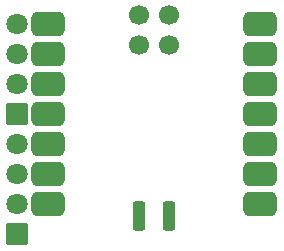
<source format=gbs>
G04 Layer: BottomSolderMaskLayer*
G04 EasyEDA Pro v2.2.44.9, 2025-11-28 14:21:36*
G04 Gerber Generator version 0.3*
G04 Scale: 100 percent, Rotated: No, Reflected: No*
G04 Dimensions in millimeters*
G04 Leading zeros omitted, absolute positions, 4 integers and 5 decimals*
G04 Generated by one-click*
%FSLAX45Y45*%
%MOMM*%
%AMRoundRect*1,1,$1,$2,$3*1,1,$1,$4,$5*1,1,$1,0-$2,0-$3*1,1,$1,0-$4,0-$5*20,1,$1,$2,$3,$4,$5,0*20,1,$1,$4,$5,0-$2,0-$3,0*20,1,$1,0-$2,0-$3,0-$4,0-$5,0*20,1,$1,0-$4,0-$5,$2,$3,0*4,1,4,$2,$3,$4,$5,0-$2,0-$3,0-$4,0-$5,$2,$3,0*%
%ADD10RoundRect,0.09618X-0.85271X-0.85271X-0.85271X0.85271*%
%ADD11C,1.8016*%
%ADD12RoundRect,1.09926X-0.87617X0.50117X0.87617X0.50117*%
%ADD13RoundRect,0.55X-0.275X-0.975X-0.275X0.975*%
%ADD14C,1.7*%
%ADD15C,0.2232*%
G75*


G04 Pad Start*
G54D10*
G01X1181100Y-2933700D03*
G54D11*
G01X1181100Y-2679700D03*
G01X1181100Y-2425700D03*
G01X1181100Y-2171700D03*
G54D10*
G01X1181100Y-1917700D03*
G54D11*
G01X1181100Y-1663700D03*
G01X1181100Y-1409700D03*
G01X1181100Y-1155700D03*
G54D12*
G01X3236800Y-1155700D03*
G01X3236800Y-1409700D03*
G01X3236800Y-1663700D03*
G01X3236800Y-1917700D03*
G01X3236800Y-2171700D03*
G01X3236800Y-2425700D03*
G01X3236800Y-2679700D03*
G01X1436800Y-2679700D03*
G01X1436800Y-2425700D03*
G01X1436800Y-2171700D03*
G01X1436800Y-1917700D03*
G01X1436800Y-1663700D03*
G01X1436800Y-1409700D03*
G01X1436800Y-1155700D03*
G54D13*
G01X2463800Y-2781700D03*
G01X2209800Y-2781700D03*
G54D14*
G01X2463800Y-1079900D03*
G01X2209800Y-1079900D03*
G01X2463800Y-1333900D03*
G01X2209800Y-1333900D03*
G04 Pad End*

M02*


</source>
